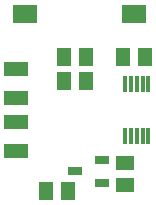
<source format=gtp>
G04 Layer_Color=8421504*
%FSLAX23Y23*%
%MOIN*%
G70*
G01*
G75*
%ADD10R,0.012X0.055*%
%ADD11R,0.083X0.063*%
%ADD12R,0.051X0.059*%
%ADD13R,0.079X0.047*%
%ADD14R,0.059X0.051*%
%ADD15R,0.047X0.031*%
D10*
X1825Y1363D02*
D03*
X1845D02*
D03*
X1865D02*
D03*
X1845Y1537D02*
D03*
X1865D02*
D03*
X1884D02*
D03*
Y1363D02*
D03*
X1806D02*
D03*
X1825Y1537D02*
D03*
X1806D02*
D03*
D11*
X1836Y1770D02*
D03*
X1474D02*
D03*
D12*
X1798Y1625D02*
D03*
X1872D02*
D03*
X1677D02*
D03*
X1603D02*
D03*
X1541Y1179D02*
D03*
X1615D02*
D03*
X1677Y1545D02*
D03*
X1603D02*
D03*
D13*
X1441Y1411D02*
D03*
Y1489D02*
D03*
Y1312D02*
D03*
Y1588D02*
D03*
D14*
X1805Y1199D02*
D03*
Y1274D02*
D03*
D15*
X1640Y1245D02*
D03*
X1730Y1282D02*
D03*
X1730Y1208D02*
D03*
M02*

</source>
